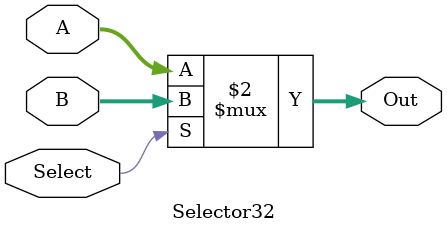
<source format=v>
`timescale 1ns / 1ps


module Selector32(            //Ñ¡ÔñÆ÷
    input Select,           //Ñ¡ÔñÐÅºÅ
    input [31:0] A,
    input [31:0] B,
    output reg [31:0] Out       //Ñ¡Ôñ½á¹û
    );
    always @(Select or A or B) begin
        Out = Select ? B : A;
    end
    
    always@(*)begin
        $display("Select3333333222:", Select, "  A:",A, "  B:", B, "  Out:", Out);
    end
endmodule

</source>
